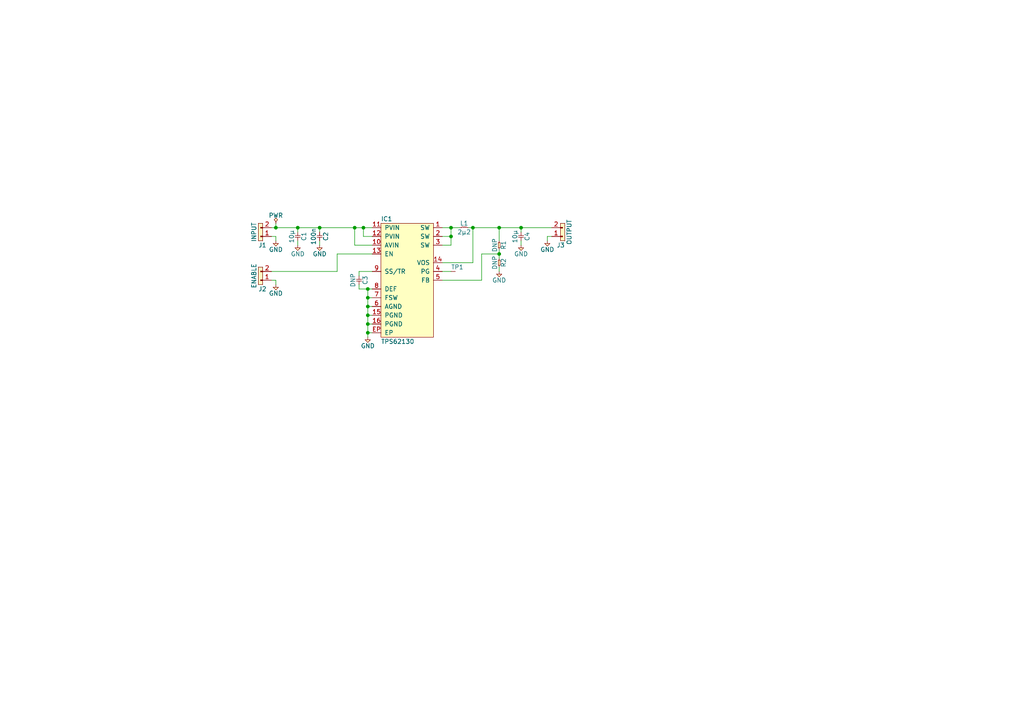
<source format=kicad_sch>
(kicad_sch (version 20230121) (generator eeschema)
  (paper "A4")
  (lib_symbols
    (symbol "m3pyro_prototype-rescue:C" (pin_numbers hide) (pin_names (offset 1.016) hide)
      (property "Reference" "C" (at 1.27 1.778 0))
      (property "Value" "C" (at 1.27 -1.778 0))
      (symbol "C_0_1"
        (polyline (pts (xy 1.016 0.762) (xy 1.016 -0.762)))
        (polyline (pts (xy 1.524 0.762) (xy 1.524 -0.762)))
      )
      (symbol "C_1_1"
        (pin passive line (at 0 0 0) (length 1.016) (name "~") (number "1"))
        (pin passive line (at 2.54 0 180) (length 1.016) (name "~") (number "2"))
      )
    )
    (symbol "m3pyro_prototype-rescue:CONN_01x02" (pin_names (offset 0.0254) hide)
      (property "Reference" "J" (at -1.27 2.54 0))
      (property "Value" "CONN_01x02" (at -1.27 -5.08 0))
      (symbol "CONN_01x02_0_1"
        (rectangle (start 0 -2.413) (end -0.635 -2.667) (fill (type outline)))
        (rectangle (start 0 0.127) (end -0.635 -0.127) (fill (type outline)))
        (rectangle (start 0 1.27) (end -1.27 -3.81) (fill (type background)))
      )
      (symbol "CONN_01x02_1_1"
        (pin passive line (at 2.54 0 180) (length 2.54) (name "1") (number "1"))
        (pin passive line (at 2.54 -2.54 180) (length 2.54) (name "2") (number "2"))
      )
    )
    (symbol "m3pyro_prototype-rescue:GND" (power) (pin_numbers hide) (pin_names (offset 1.016) hide)
      (property "Value" "GND" (at 0 -2.54 0))
      (symbol "GND_0_1"
        (polyline (pts (xy 0 0) (xy 0 -0.762)))
        (polyline (pts (xy -0.762 -0.762) (xy 0.762 -0.762) (xy 0 -1.524) (xy -0.762 -0.762)) (fill (type background)))
      )
      (symbol "GND_1_1"
        (pin power_in line (at 0 0 180) (length 0) hide (name "GND") (number "1"))
      )
    )
    (symbol "m3pyro_prototype-rescue:L" (pin_numbers hide) (pin_names (offset 1.016) hide)
      (property "Reference" "L" (at 1.27 1.27 0))
      (property "Value" "L" (at 1.27 -1.27 0))
      (symbol "L_0_1"
        (arc (start 1.016 0) (mid 0.762 0.2529) (end 0.508 0))
        (arc (start 1.524 0) (mid 1.27 0.2529) (end 1.016 0))
        (arc (start 2.032 0) (mid 1.778 0.2529) (end 1.524 0))
      )
      (symbol "L_1_1"
        (pin passive line (at 0 0 0) (length 0.508) (name "~") (number "1"))
        (pin passive line (at 2.54 0 180) (length 0.508) (name "~") (number "2"))
      )
    )
    (symbol "m3pyro_prototype-rescue:PWR" (power) (pin_numbers hide) (pin_names (offset 1.016) hide)
      (property "Value" "PWR" (at 0 2.286 0))
      (symbol "PWR_0_1"
        (polyline (pts (xy 0 0.508) (xy -0.508 1.016) (xy 0 1.524) (xy 0.508 1.016) (xy 0 0.508)) (fill (type background)))
      )
      (symbol "PWR_1_1"
        (pin power_out line (at 0 0 90) (length 0.508) (name "pwr") (number "1"))
      )
    )
    (symbol "m3pyro_prototype-rescue:R" (pin_numbers hide) (pin_names (offset 1.016) hide)
      (property "Reference" "R" (at 1.27 1.27 0))
      (property "Value" "R" (at 1.27 -1.27 0))
      (symbol "R_0_1"
        (rectangle (start 0.508 0.254) (end 2.032 -0.254) (fill (type background)))
      )
      (symbol "R_1_1"
        (pin passive line (at 0 0 0) (length 0.508) (name "~") (number "1"))
        (pin passive line (at 2.54 0 180) (length 0.508) (name "~") (number "2"))
      )
    )
    (symbol "m3pyro_prototype-rescue:TESTPAD" (pin_numbers hide) (pin_names (offset 1.016) hide)
      (property "Reference" "TP" (at 0 1.27 0))
      (symbol "TESTPAD_0_1"
        (polyline (pts (xy 1.27 0) (xy 1.27 0)) (stroke (width 1.143)))
      )
      (symbol "TESTPAD_1_1"
        (pin input line (at 0 0 0) (length 1.27) (name "TP") (number "1"))
      )
    )
    (symbol "m3pyro_prototype-rescue:TPS62130" (pin_names (offset 1.016))
      (property "Reference" "IC" (at -7.62 17.78 0))
      (property "Value" "TPS62130" (at -7.62 -17.78 0))
      (symbol "TPS62130_0_0"
        (pin passive line (at 10.16 15.24 180) (length 2.54) (name "SW") (number "1"))
        (pin power_in line (at -10.16 10.16 0) (length 2.54) (name "AVIN") (number "10"))
        (pin power_in line (at -10.16 15.24 0) (length 2.54) (name "PVIN") (number "11"))
        (pin power_in line (at -10.16 12.7 0) (length 2.54) (name "PVIN") (number "12"))
        (pin input line (at -10.16 7.62 0) (length 2.54) (name "EN") (number "13"))
        (pin input line (at 10.16 5.08 180) (length 2.54) (name "VOS") (number "14"))
        (pin power_in line (at -10.16 -10.16 0) (length 2.54) (name "PGND") (number "15"))
        (pin power_in line (at -10.16 -12.7 0) (length 2.54) (name "PGND") (number "16"))
        (pin passive line (at 10.16 12.7 180) (length 2.54) (name "SW") (number "2"))
        (pin passive line (at 10.16 10.16 180) (length 2.54) (name "SW") (number "3"))
        (pin open_collector line (at 10.16 2.54 180) (length 2.54) (name "PG") (number "4"))
        (pin input line (at 10.16 0 180) (length 2.54) (name "FB") (number "5"))
        (pin power_in line (at -10.16 -7.62 0) (length 2.54) (name "AGND") (number "6"))
        (pin input line (at -10.16 -5.08 0) (length 2.54) (name "FSW") (number "7"))
        (pin input line (at -10.16 -2.54 0) (length 2.54) (name "DEF") (number "8"))
        (pin input line (at -10.16 2.54 0) (length 2.54) (name "SS/TR") (number "9"))
        (pin power_in line (at -10.16 -15.24 0) (length 2.54) (name "EP") (number "EP"))
      )
      (symbol "TPS62130_0_1"
        (rectangle (start -7.62 16.51) (end 7.62 -16.51) (fill (type background)))
      )
    )
  )
  (junction (at 106.68 83.82))
  (junction (at 151.13 66.04))
  (junction (at 130.81 68.58))
  (junction (at 106.68 88.9))
  (junction (at 144.78 73.66))
  (junction (at 106.68 93.98))
  (junction (at 144.78 66.04))
  (junction (at 80.01 66.04))
  (junction (at 130.81 66.04))
  (junction (at 92.71 66.04))
  (junction (at 102.87 66.04))
  (junction (at 105.41 66.04))
  (junction (at 86.36 66.04))
  (junction (at 137.16 66.04))
  (junction (at 106.68 91.44))
  (junction (at 106.68 96.52))
  (junction (at 106.68 86.36))
  (wire (pts (xy 80.01 81.28) (xy 80.01 82.55)))
  (wire (pts (xy 107.95 91.44) (xy 106.68 91.44)))
  (wire (pts (xy 78.74 81.28) (xy 80.01 81.28)))
  (wire (pts (xy 144.78 78.74) (xy 144.78 77.47)))
  (wire (pts (xy 106.68 83.82) (xy 107.95 83.82)))
  (wire (pts (xy 86.36 69.85) (xy 86.36 71.12)))
  (wire (pts (xy 86.36 66.04) (xy 92.71 66.04)))
  (wire (pts (xy 78.74 78.74) (xy 97.79 78.74)))
  (wire (pts (xy 137.16 76.2) (xy 137.16 66.04)))
  (wire (pts (xy 130.81 78.74) (xy 128.27 78.74)))
  (wire (pts (xy 80.01 68.58) (xy 80.01 69.85)))
  (wire (pts (xy 128.27 66.04) (xy 130.81 66.04)))
  (wire (pts (xy 106.68 96.52) (xy 106.68 97.79)))
  (wire (pts (xy 137.16 66.04) (xy 144.78 66.04)))
  (wire (pts (xy 104.14 78.74) (xy 107.95 78.74)))
  (wire (pts (xy 107.95 71.12) (xy 102.87 71.12)))
  (wire (pts (xy 151.13 66.04) (xy 160.02 66.04)))
  (wire (pts (xy 92.71 66.04) (xy 102.87 66.04)))
  (wire (pts (xy 106.68 88.9) (xy 106.68 91.44)))
  (wire (pts (xy 144.78 72.39) (xy 144.78 73.66)))
  (wire (pts (xy 104.14 83.82) (xy 106.68 83.82)))
  (wire (pts (xy 106.68 93.98) (xy 106.68 96.52)))
  (wire (pts (xy 106.68 91.44) (xy 106.68 93.98)))
  (wire (pts (xy 86.36 66.04) (xy 86.36 67.31)))
  (wire (pts (xy 130.81 66.04) (xy 130.81 68.58)))
  (wire (pts (xy 104.14 82.55) (xy 104.14 83.82)))
  (wire (pts (xy 128.27 68.58) (xy 130.81 68.58)))
  (wire (pts (xy 128.27 76.2) (xy 137.16 76.2)))
  (wire (pts (xy 144.78 66.04) (xy 151.13 66.04)))
  (wire (pts (xy 104.14 80.01) (xy 104.14 78.74)))
  (wire (pts (xy 130.81 66.04) (xy 133.35 66.04)))
  (wire (pts (xy 107.95 68.58) (xy 105.41 68.58)))
  (wire (pts (xy 107.95 88.9) (xy 106.68 88.9)))
  (wire (pts (xy 106.68 86.36) (xy 106.68 88.9)))
  (wire (pts (xy 80.01 66.04) (xy 86.36 66.04)))
  (wire (pts (xy 92.71 71.12) (xy 92.71 69.85)))
  (wire (pts (xy 151.13 67.31) (xy 151.13 66.04)))
  (wire (pts (xy 78.74 68.58) (xy 80.01 68.58)))
  (wire (pts (xy 144.78 69.85) (xy 144.78 66.04)))
  (wire (pts (xy 80.01 64.77) (xy 80.01 66.04)))
  (wire (pts (xy 78.74 66.04) (xy 80.01 66.04)))
  (wire (pts (xy 144.78 73.66) (xy 144.78 74.93)))
  (wire (pts (xy 130.81 71.12) (xy 128.27 71.12)))
  (wire (pts (xy 105.41 66.04) (xy 107.95 66.04)))
  (wire (pts (xy 102.87 71.12) (xy 102.87 66.04)))
  (wire (pts (xy 107.95 93.98) (xy 106.68 93.98)))
  (wire (pts (xy 160.02 68.58) (xy 158.75 68.58)))
  (wire (pts (xy 139.7 73.66) (xy 144.78 73.66)))
  (wire (pts (xy 105.41 68.58) (xy 105.41 66.04)))
  (wire (pts (xy 107.95 86.36) (xy 106.68 86.36)))
  (wire (pts (xy 151.13 71.12) (xy 151.13 69.85)))
  (wire (pts (xy 102.87 66.04) (xy 105.41 66.04)))
  (wire (pts (xy 130.81 68.58) (xy 130.81 71.12)))
  (wire (pts (xy 158.75 68.58) (xy 158.75 69.85)))
  (wire (pts (xy 106.68 96.52) (xy 107.95 96.52)))
  (wire (pts (xy 92.71 67.31) (xy 92.71 66.04)))
  (wire (pts (xy 128.27 81.28) (xy 139.7 81.28)))
  (wire (pts (xy 97.79 73.66) (xy 107.95 73.66)))
  (wire (pts (xy 135.89 66.04) (xy 137.16 66.04)))
  (wire (pts (xy 106.68 83.82) (xy 106.68 86.36)))
  (wire (pts (xy 139.7 81.28) (xy 139.7 73.66)))
  (wire (pts (xy 97.79 78.74) (xy 97.79 73.66)))
  (symbol (lib_id "m3pyro_prototype-rescue:TPS62130") (at 118.11 81.28 0) (unit 1)
    (property "Reference" "IC1" (at 110.49 63.5 0) (effects (justify left)))
    (property "Value" "TPS62130" (at 110.49 99.06 0) (effects (justify left)))
    (property "Footprint" "agg:QFN-16-EP-TI" (effects hide))
    (property "Datasheet" "http://www.ti.com/lit/ds/symlink/tps62130.pdf" (effects hide))
    (property "Farnell" "2361246" (effects hide))
  )
  (symbol (lib_id "m3pyro_prototype-rescue:C") (at 86.36 67.31 270) (unit 1)
    (property "Reference" "C1" (at 88.138 68.58 0))
    (property "Value" "10µ" (at 84.582 68.58 0))
    (property "Footprint" "agg:0603" (effects hide))
  )
  (symbol (lib_id "m3pyro_prototype-rescue:CONN_01x02") (at 76.2 68.58 0) (mirror x) (unit 1)
    (property "Reference" "J1" (at 74.93 71.12 0) (effects (justify left)))
    (property "Value" "INPUT" (at 73.66 67.31 90))
    (property "Footprint" "agg:SIL-254P-02" (effects hide))
  )
  (symbol (lib_id "m3pyro_prototype-rescue:CONN_01x02") (at 162.56 68.58 180) (unit 1)
    (property "Reference" "J3" (at 163.83 71.12 0) (effects (justify left)))
    (property "Value" "OUTPUT" (at 165.1 67.31 90))
    (property "Footprint" "agg:SIL-254P-02" (effects hide))
  )
  (symbol (lib_id "m3pyro_prototype-rescue:GND") (at 80.01 69.85 0) (unit 1)
    (property "Reference" "#PWR01" (effects hide))
    (property "Value" "GND" (at 80.01 72.39 0))
  )
  (symbol (lib_id "m3pyro_prototype-rescue:GND") (at 158.75 69.85 0) (unit 1)
    (property "Reference" "#PWR02" (effects hide))
    (property "Value" "GND" (at 158.75 72.39 0))
  )
  (symbol (lib_id "m3pyro_prototype-rescue:L") (at 133.35 66.04 0) (unit 1)
    (property "Reference" "L1" (at 134.62 64.77 0))
    (property "Value" "2µ2" (at 134.62 67.31 0))
    (property "Footprint" "agg:XFL4020" (effects hide))
    (property "Farnell" "2289216" (effects hide))
  )
  (symbol (lib_id "m3pyro_prototype-rescue:C") (at 92.71 67.31 270) (unit 1)
    (property "Reference" "C2" (at 94.488 68.58 0))
    (property "Value" "100n" (at 90.932 68.58 0))
    (property "Footprint" "agg:0603" (effects hide))
  )
  (symbol (lib_id "m3pyro_prototype-rescue:GND") (at 106.68 97.79 0) (unit 1)
    (property "Reference" "#PWR03" (effects hide))
    (property "Value" "GND" (at 106.68 100.33 0))
  )
  (symbol (lib_id "m3pyro_prototype-rescue:CONN_01x02") (at 76.2 81.28 0) (mirror x) (unit 1)
    (property "Reference" "J2" (at 74.93 83.82 0) (effects (justify left)))
    (property "Value" "ENABLE" (at 73.66 80.01 90))
    (property "Footprint" "agg:SIL-254P-02" (effects hide))
  )
  (symbol (lib_id "m3pyro_prototype-rescue:GND") (at 80.01 82.55 0) (unit 1)
    (property "Reference" "#PWR04" (effects hide))
    (property "Value" "GND" (at 80.01 85.09 0))
  )
  (symbol (lib_id "m3pyro_prototype-rescue:PWR") (at 80.01 64.77 0) (unit 1)
    (property "Reference" "#FLG05" (effects hide))
    (property "Value" "PWR" (at 80.01 62.484 0))
  )
  (symbol (lib_id "m3pyro_prototype-rescue:GND") (at 86.36 71.12 0) (unit 1)
    (property "Reference" "#PWR06" (effects hide))
    (property "Value" "GND" (at 86.36 73.66 0))
  )
  (symbol (lib_id "m3pyro_prototype-rescue:GND") (at 92.71 71.12 0) (unit 1)
    (property "Reference" "#PWR07" (effects hide))
    (property "Value" "GND" (at 92.71 73.66 0))
  )
  (symbol (lib_id "m3pyro_prototype-rescue:C") (at 104.14 80.01 270) (unit 1)
    (property "Reference" "C3" (at 105.918 81.28 0))
    (property "Value" "DNP" (at 102.362 81.28 0))
    (property "Footprint" "agg:0603" (effects hide))
  )
  (symbol (lib_id "m3pyro_prototype-rescue:C") (at 151.13 67.31 270) (unit 1)
    (property "Reference" "C4" (at 152.908 68.58 0))
    (property "Value" "10µ" (at 149.352 68.58 0))
    (property "Footprint" "agg:0603" (effects hide))
  )
  (symbol (lib_id "m3pyro_prototype-rescue:TESTPAD") (at 130.81 78.74 0) (unit 1)
    (property "Reference" "TP1" (at 130.81 77.47 0) (effects (justify left)))
    (property "Value" "TESTPAD" (effects hide))
    (property "Footprint" "agg:TESTPAD" (effects hide))
  )
  (symbol (lib_id "m3pyro_prototype-rescue:GND") (at 151.13 71.12 0) (unit 1)
    (property "Reference" "#PWR08" (effects hide))
    (property "Value" "GND" (at 151.13 73.66 0))
  )
  (symbol (lib_id "m3pyro_prototype-rescue:R") (at 144.78 69.85 270) (unit 1)
    (property "Reference" "R1" (at 146.05 71.12 0))
    (property "Value" "DNP" (at 143.51 71.12 0))
    (property "Footprint" "agg:0603" (effects hide))
  )
  (symbol (lib_id "m3pyro_prototype-rescue:R") (at 144.78 74.93 270) (unit 1)
    (property "Reference" "R2" (at 146.05 76.2 0))
    (property "Value" "DNP" (at 143.51 76.2 0))
    (property "Footprint" "agg:0603" (effects hide))
  )
  (symbol (lib_id "m3pyro_prototype-rescue:GND") (at 144.78 78.74 0) (unit 1)
    (property "Reference" "#PWR09" (effects hide))
    (property "Value" "GND" (at 144.78 81.28 0))
  )
)
</source>
